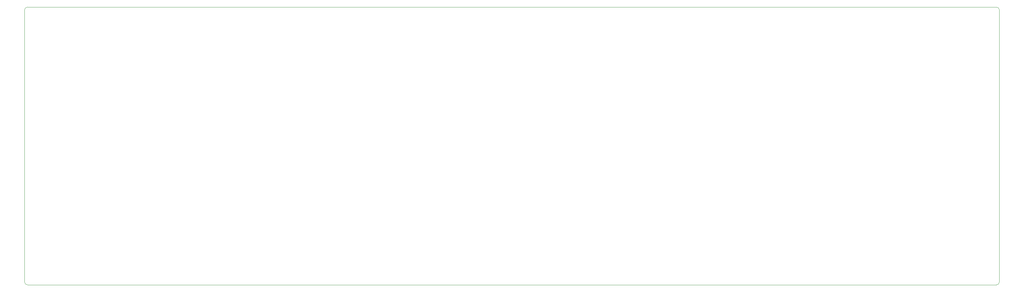
<source format=gbr>
G04 #@! TF.GenerationSoftware,KiCad,Pcbnew,(5.0.2)-1*
G04 #@! TF.CreationDate,2019-05-05T16:29:57-05:00*
G04 #@! TF.ProjectId,SL40,534c3430-2e6b-4696-9361-645f70636258,rev?*
G04 #@! TF.SameCoordinates,Original*
G04 #@! TF.FileFunction,Profile,NP*
%FSLAX46Y46*%
G04 Gerber Fmt 4.6, Leading zero omitted, Abs format (unit mm)*
G04 Created by KiCad (PCBNEW (5.0.2)-1) date 5/5/2019 4:29:57 PM*
%MOMM*%
%LPD*%
G01*
G04 APERTURE LIST*
%ADD10C,0.100000*%
G04 APERTURE END LIST*
D10*
X280193750Y-53181250D02*
X15081250Y-53181250D01*
X280987500Y-128587500D02*
X280987500Y-53975000D01*
X15081250Y-129381250D02*
X280193750Y-129381250D01*
X14287500Y-53975000D02*
X14287500Y-128587500D01*
X14287500Y-53975000D02*
G75*
G02X15081250Y-53181250I793750J0D01*
G01*
X15081250Y-129381250D02*
G75*
G02X14287500Y-128587500I0J793750D01*
G01*
X280987500Y-128587500D02*
G75*
G02X280193750Y-129381250I-793750J0D01*
G01*
X280193750Y-53181250D02*
G75*
G02X280987500Y-53975000I0J-793750D01*
G01*
M02*

</source>
